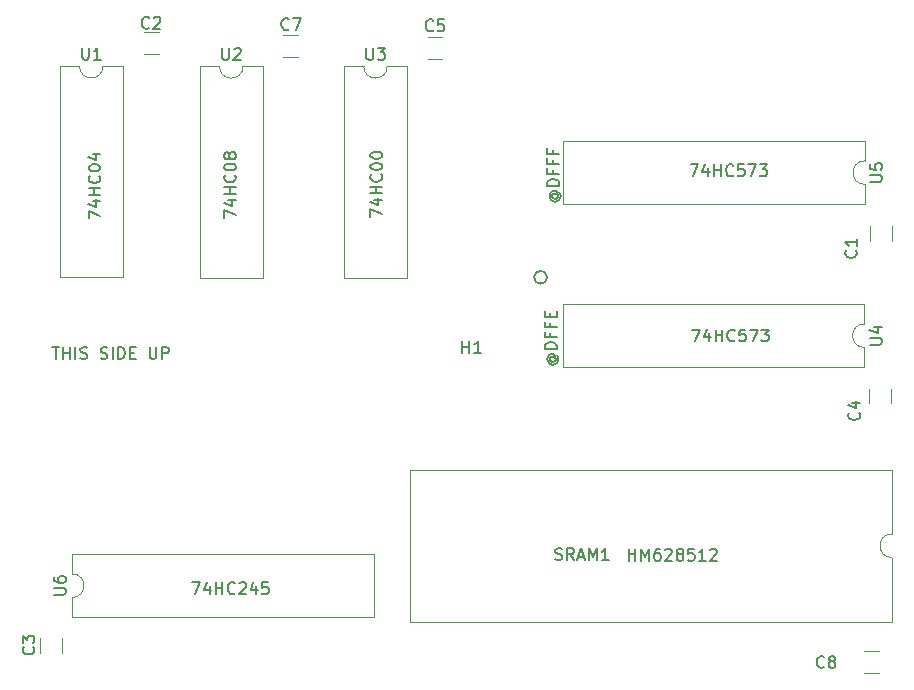
<source format=gbr>
%TF.GenerationSoftware,KiCad,Pcbnew,(6.0.8-1)-1*%
%TF.CreationDate,2023-02-02T17:23:49+01:00*%
%TF.ProjectId,OpenC64Cart,4f70656e-4336-4344-9361-72742e6b6963,2*%
%TF.SameCoordinates,Original*%
%TF.FileFunction,Legend,Top*%
%TF.FilePolarity,Positive*%
%FSLAX46Y46*%
G04 Gerber Fmt 4.6, Leading zero omitted, Abs format (unit mm)*
G04 Created by KiCad (PCBNEW (6.0.8-1)-1) date 2023-02-02 17:23:49*
%MOMM*%
%LPD*%
G01*
G04 APERTURE LIST*
%ADD10C,0.150000*%
%ADD11C,0.120000*%
G04 APERTURE END LIST*
D10*
X114723809Y-88842380D02*
X115295238Y-88842380D01*
X115009523Y-89842380D02*
X115009523Y-88842380D01*
X115628571Y-89842380D02*
X115628571Y-88842380D01*
X115628571Y-89318571D02*
X116200000Y-89318571D01*
X116200000Y-89842380D02*
X116200000Y-88842380D01*
X116676190Y-89842380D02*
X116676190Y-88842380D01*
X117104761Y-89794761D02*
X117247619Y-89842380D01*
X117485714Y-89842380D01*
X117580952Y-89794761D01*
X117628571Y-89747142D01*
X117676190Y-89651904D01*
X117676190Y-89556666D01*
X117628571Y-89461428D01*
X117580952Y-89413809D01*
X117485714Y-89366190D01*
X117295238Y-89318571D01*
X117200000Y-89270952D01*
X117152380Y-89223333D01*
X117104761Y-89128095D01*
X117104761Y-89032857D01*
X117152380Y-88937619D01*
X117200000Y-88890000D01*
X117295238Y-88842380D01*
X117533333Y-88842380D01*
X117676190Y-88890000D01*
X118819047Y-89794761D02*
X118961904Y-89842380D01*
X119200000Y-89842380D01*
X119295238Y-89794761D01*
X119342857Y-89747142D01*
X119390476Y-89651904D01*
X119390476Y-89556666D01*
X119342857Y-89461428D01*
X119295238Y-89413809D01*
X119200000Y-89366190D01*
X119009523Y-89318571D01*
X118914285Y-89270952D01*
X118866666Y-89223333D01*
X118819047Y-89128095D01*
X118819047Y-89032857D01*
X118866666Y-88937619D01*
X118914285Y-88890000D01*
X119009523Y-88842380D01*
X119247619Y-88842380D01*
X119390476Y-88890000D01*
X119819047Y-89842380D02*
X119819047Y-88842380D01*
X120295238Y-89842380D02*
X120295238Y-88842380D01*
X120533333Y-88842380D01*
X120676190Y-88890000D01*
X120771428Y-88985238D01*
X120819047Y-89080476D01*
X120866666Y-89270952D01*
X120866666Y-89413809D01*
X120819047Y-89604285D01*
X120771428Y-89699523D01*
X120676190Y-89794761D01*
X120533333Y-89842380D01*
X120295238Y-89842380D01*
X121295238Y-89318571D02*
X121628571Y-89318571D01*
X121771428Y-89842380D02*
X121295238Y-89842380D01*
X121295238Y-88842380D01*
X121771428Y-88842380D01*
X122961904Y-88842380D02*
X122961904Y-89651904D01*
X123009523Y-89747142D01*
X123057142Y-89794761D01*
X123152380Y-89842380D01*
X123342857Y-89842380D01*
X123438095Y-89794761D01*
X123485714Y-89747142D01*
X123533333Y-89651904D01*
X123533333Y-88842380D01*
X124009523Y-89842380D02*
X124009523Y-88842380D01*
X124390476Y-88842380D01*
X124485714Y-88890000D01*
X124533333Y-88937619D01*
X124580952Y-89032857D01*
X124580952Y-89175714D01*
X124533333Y-89270952D01*
X124485714Y-89318571D01*
X124390476Y-89366190D01*
X124009523Y-89366190D01*
X156610000Y-82930000D02*
G75*
G03*
X156610000Y-82930000I-550000J0D01*
G01*
X141652380Y-77825714D02*
X141652380Y-77159047D01*
X142652380Y-77587619D01*
X141985714Y-76349523D02*
X142652380Y-76349523D01*
X141604761Y-76587619D02*
X142319047Y-76825714D01*
X142319047Y-76206666D01*
X142652380Y-75825714D02*
X141652380Y-75825714D01*
X142128571Y-75825714D02*
X142128571Y-75254285D01*
X142652380Y-75254285D02*
X141652380Y-75254285D01*
X142557142Y-74206666D02*
X142604761Y-74254285D01*
X142652380Y-74397142D01*
X142652380Y-74492380D01*
X142604761Y-74635238D01*
X142509523Y-74730476D01*
X142414285Y-74778095D01*
X142223809Y-74825714D01*
X142080952Y-74825714D01*
X141890476Y-74778095D01*
X141795238Y-74730476D01*
X141700000Y-74635238D01*
X141652380Y-74492380D01*
X141652380Y-74397142D01*
X141700000Y-74254285D01*
X141747619Y-74206666D01*
X141652380Y-73587619D02*
X141652380Y-73492380D01*
X141700000Y-73397142D01*
X141747619Y-73349523D01*
X141842857Y-73301904D01*
X142033333Y-73254285D01*
X142271428Y-73254285D01*
X142461904Y-73301904D01*
X142557142Y-73349523D01*
X142604761Y-73397142D01*
X142652380Y-73492380D01*
X142652380Y-73587619D01*
X142604761Y-73682857D01*
X142557142Y-73730476D01*
X142461904Y-73778095D01*
X142271428Y-73825714D01*
X142033333Y-73825714D01*
X141842857Y-73778095D01*
X141747619Y-73730476D01*
X141700000Y-73682857D01*
X141652380Y-73587619D01*
X141652380Y-72635238D02*
X141652380Y-72540000D01*
X141700000Y-72444761D01*
X141747619Y-72397142D01*
X141842857Y-72349523D01*
X142033333Y-72301904D01*
X142271428Y-72301904D01*
X142461904Y-72349523D01*
X142557142Y-72397142D01*
X142604761Y-72444761D01*
X142652380Y-72540000D01*
X142652380Y-72635238D01*
X142604761Y-72730476D01*
X142557142Y-72778095D01*
X142461904Y-72825714D01*
X142271428Y-72873333D01*
X142033333Y-72873333D01*
X141842857Y-72825714D01*
X141747619Y-72778095D01*
X141700000Y-72730476D01*
X141652380Y-72635238D01*
X168888095Y-87352380D02*
X169554761Y-87352380D01*
X169126190Y-88352380D01*
X170364285Y-87685714D02*
X170364285Y-88352380D01*
X170126190Y-87304761D02*
X169888095Y-88019047D01*
X170507142Y-88019047D01*
X170888095Y-88352380D02*
X170888095Y-87352380D01*
X170888095Y-87828571D02*
X171459523Y-87828571D01*
X171459523Y-88352380D02*
X171459523Y-87352380D01*
X172507142Y-88257142D02*
X172459523Y-88304761D01*
X172316666Y-88352380D01*
X172221428Y-88352380D01*
X172078571Y-88304761D01*
X171983333Y-88209523D01*
X171935714Y-88114285D01*
X171888095Y-87923809D01*
X171888095Y-87780952D01*
X171935714Y-87590476D01*
X171983333Y-87495238D01*
X172078571Y-87400000D01*
X172221428Y-87352380D01*
X172316666Y-87352380D01*
X172459523Y-87400000D01*
X172507142Y-87447619D01*
X173411904Y-87352380D02*
X172935714Y-87352380D01*
X172888095Y-87828571D01*
X172935714Y-87780952D01*
X173030952Y-87733333D01*
X173269047Y-87733333D01*
X173364285Y-87780952D01*
X173411904Y-87828571D01*
X173459523Y-87923809D01*
X173459523Y-88161904D01*
X173411904Y-88257142D01*
X173364285Y-88304761D01*
X173269047Y-88352380D01*
X173030952Y-88352380D01*
X172935714Y-88304761D01*
X172888095Y-88257142D01*
X173792857Y-87352380D02*
X174459523Y-87352380D01*
X174030952Y-88352380D01*
X174745238Y-87352380D02*
X175364285Y-87352380D01*
X175030952Y-87733333D01*
X175173809Y-87733333D01*
X175269047Y-87780952D01*
X175316666Y-87828571D01*
X175364285Y-87923809D01*
X175364285Y-88161904D01*
X175316666Y-88257142D01*
X175269047Y-88304761D01*
X175173809Y-88352380D01*
X174888095Y-88352380D01*
X174792857Y-88304761D01*
X174745238Y-88257142D01*
X156946190Y-89675238D02*
X156898571Y-89722857D01*
X156850952Y-89818095D01*
X156850952Y-89913333D01*
X156898571Y-90008571D01*
X156946190Y-90056190D01*
X157041428Y-90103809D01*
X157136666Y-90103809D01*
X157231904Y-90056190D01*
X157279523Y-90008571D01*
X157327142Y-89913333D01*
X157327142Y-89818095D01*
X157279523Y-89722857D01*
X157231904Y-89675238D01*
X156850952Y-89675238D02*
X157231904Y-89675238D01*
X157279523Y-89627619D01*
X157279523Y-89580000D01*
X157231904Y-89484761D01*
X157136666Y-89437142D01*
X156898571Y-89437142D01*
X156755714Y-89532380D01*
X156660476Y-89675238D01*
X156612857Y-89865714D01*
X156660476Y-90056190D01*
X156755714Y-90199047D01*
X156898571Y-90294285D01*
X157089047Y-90341904D01*
X157279523Y-90294285D01*
X157422380Y-90199047D01*
X157517619Y-90056190D01*
X157565238Y-89865714D01*
X157517619Y-89675238D01*
X157422380Y-89532380D01*
X157422380Y-89008571D02*
X156422380Y-89008571D01*
X156422380Y-88770476D01*
X156470000Y-88627619D01*
X156565238Y-88532380D01*
X156660476Y-88484761D01*
X156850952Y-88437142D01*
X156993809Y-88437142D01*
X157184285Y-88484761D01*
X157279523Y-88532380D01*
X157374761Y-88627619D01*
X157422380Y-88770476D01*
X157422380Y-89008571D01*
X156898571Y-87675238D02*
X156898571Y-88008571D01*
X157422380Y-88008571D02*
X156422380Y-88008571D01*
X156422380Y-87532380D01*
X156898571Y-86818095D02*
X156898571Y-87151428D01*
X157422380Y-87151428D02*
X156422380Y-87151428D01*
X156422380Y-86675238D01*
X156898571Y-86294285D02*
X156898571Y-85960952D01*
X157422380Y-85818095D02*
X157422380Y-86294285D01*
X156422380Y-86294285D01*
X156422380Y-85818095D01*
X157156190Y-75861428D02*
X157108571Y-75909047D01*
X157060952Y-76004285D01*
X157060952Y-76099523D01*
X157108571Y-76194761D01*
X157156190Y-76242380D01*
X157251428Y-76290000D01*
X157346666Y-76290000D01*
X157441904Y-76242380D01*
X157489523Y-76194761D01*
X157537142Y-76099523D01*
X157537142Y-76004285D01*
X157489523Y-75909047D01*
X157441904Y-75861428D01*
X157060952Y-75861428D02*
X157441904Y-75861428D01*
X157489523Y-75813809D01*
X157489523Y-75766190D01*
X157441904Y-75670952D01*
X157346666Y-75623333D01*
X157108571Y-75623333D01*
X156965714Y-75718571D01*
X156870476Y-75861428D01*
X156822857Y-76051904D01*
X156870476Y-76242380D01*
X156965714Y-76385238D01*
X157108571Y-76480476D01*
X157299047Y-76528095D01*
X157489523Y-76480476D01*
X157632380Y-76385238D01*
X157727619Y-76242380D01*
X157775238Y-76051904D01*
X157727619Y-75861428D01*
X157632380Y-75718571D01*
X157632380Y-75194761D02*
X156632380Y-75194761D01*
X156632380Y-74956666D01*
X156680000Y-74813809D01*
X156775238Y-74718571D01*
X156870476Y-74670952D01*
X157060952Y-74623333D01*
X157203809Y-74623333D01*
X157394285Y-74670952D01*
X157489523Y-74718571D01*
X157584761Y-74813809D01*
X157632380Y-74956666D01*
X157632380Y-75194761D01*
X157108571Y-73861428D02*
X157108571Y-74194761D01*
X157632380Y-74194761D02*
X156632380Y-74194761D01*
X156632380Y-73718571D01*
X157108571Y-73004285D02*
X157108571Y-73337619D01*
X157632380Y-73337619D02*
X156632380Y-73337619D01*
X156632380Y-72861428D01*
X157108571Y-72147142D02*
X157108571Y-72480476D01*
X157632380Y-72480476D02*
X156632380Y-72480476D01*
X156632380Y-72004285D01*
X129272380Y-77885714D02*
X129272380Y-77219047D01*
X130272380Y-77647619D01*
X129605714Y-76409523D02*
X130272380Y-76409523D01*
X129224761Y-76647619D02*
X129939047Y-76885714D01*
X129939047Y-76266666D01*
X130272380Y-75885714D02*
X129272380Y-75885714D01*
X129748571Y-75885714D02*
X129748571Y-75314285D01*
X130272380Y-75314285D02*
X129272380Y-75314285D01*
X130177142Y-74266666D02*
X130224761Y-74314285D01*
X130272380Y-74457142D01*
X130272380Y-74552380D01*
X130224761Y-74695238D01*
X130129523Y-74790476D01*
X130034285Y-74838095D01*
X129843809Y-74885714D01*
X129700952Y-74885714D01*
X129510476Y-74838095D01*
X129415238Y-74790476D01*
X129320000Y-74695238D01*
X129272380Y-74552380D01*
X129272380Y-74457142D01*
X129320000Y-74314285D01*
X129367619Y-74266666D01*
X129272380Y-73647619D02*
X129272380Y-73552380D01*
X129320000Y-73457142D01*
X129367619Y-73409523D01*
X129462857Y-73361904D01*
X129653333Y-73314285D01*
X129891428Y-73314285D01*
X130081904Y-73361904D01*
X130177142Y-73409523D01*
X130224761Y-73457142D01*
X130272380Y-73552380D01*
X130272380Y-73647619D01*
X130224761Y-73742857D01*
X130177142Y-73790476D01*
X130081904Y-73838095D01*
X129891428Y-73885714D01*
X129653333Y-73885714D01*
X129462857Y-73838095D01*
X129367619Y-73790476D01*
X129320000Y-73742857D01*
X129272380Y-73647619D01*
X129700952Y-72742857D02*
X129653333Y-72838095D01*
X129605714Y-72885714D01*
X129510476Y-72933333D01*
X129462857Y-72933333D01*
X129367619Y-72885714D01*
X129320000Y-72838095D01*
X129272380Y-72742857D01*
X129272380Y-72552380D01*
X129320000Y-72457142D01*
X129367619Y-72409523D01*
X129462857Y-72361904D01*
X129510476Y-72361904D01*
X129605714Y-72409523D01*
X129653333Y-72457142D01*
X129700952Y-72552380D01*
X129700952Y-72742857D01*
X129748571Y-72838095D01*
X129796190Y-72885714D01*
X129891428Y-72933333D01*
X130081904Y-72933333D01*
X130177142Y-72885714D01*
X130224761Y-72838095D01*
X130272380Y-72742857D01*
X130272380Y-72552380D01*
X130224761Y-72457142D01*
X130177142Y-72409523D01*
X130081904Y-72361904D01*
X129891428Y-72361904D01*
X129796190Y-72409523D01*
X129748571Y-72457142D01*
X129700952Y-72552380D01*
X117792380Y-77945714D02*
X117792380Y-77279047D01*
X118792380Y-77707619D01*
X118125714Y-76469523D02*
X118792380Y-76469523D01*
X117744761Y-76707619D02*
X118459047Y-76945714D01*
X118459047Y-76326666D01*
X118792380Y-75945714D02*
X117792380Y-75945714D01*
X118268571Y-75945714D02*
X118268571Y-75374285D01*
X118792380Y-75374285D02*
X117792380Y-75374285D01*
X118697142Y-74326666D02*
X118744761Y-74374285D01*
X118792380Y-74517142D01*
X118792380Y-74612380D01*
X118744761Y-74755238D01*
X118649523Y-74850476D01*
X118554285Y-74898095D01*
X118363809Y-74945714D01*
X118220952Y-74945714D01*
X118030476Y-74898095D01*
X117935238Y-74850476D01*
X117840000Y-74755238D01*
X117792380Y-74612380D01*
X117792380Y-74517142D01*
X117840000Y-74374285D01*
X117887619Y-74326666D01*
X117792380Y-73707619D02*
X117792380Y-73612380D01*
X117840000Y-73517142D01*
X117887619Y-73469523D01*
X117982857Y-73421904D01*
X118173333Y-73374285D01*
X118411428Y-73374285D01*
X118601904Y-73421904D01*
X118697142Y-73469523D01*
X118744761Y-73517142D01*
X118792380Y-73612380D01*
X118792380Y-73707619D01*
X118744761Y-73802857D01*
X118697142Y-73850476D01*
X118601904Y-73898095D01*
X118411428Y-73945714D01*
X118173333Y-73945714D01*
X117982857Y-73898095D01*
X117887619Y-73850476D01*
X117840000Y-73802857D01*
X117792380Y-73707619D01*
X118125714Y-72517142D02*
X118792380Y-72517142D01*
X117744761Y-72755238D02*
X118459047Y-72993333D01*
X118459047Y-72374285D01*
X163525714Y-106922380D02*
X163525714Y-105922380D01*
X163525714Y-106398571D02*
X164097142Y-106398571D01*
X164097142Y-106922380D02*
X164097142Y-105922380D01*
X164573333Y-106922380D02*
X164573333Y-105922380D01*
X164906666Y-106636666D01*
X165240000Y-105922380D01*
X165240000Y-106922380D01*
X166144761Y-105922380D02*
X165954285Y-105922380D01*
X165859047Y-105970000D01*
X165811428Y-106017619D01*
X165716190Y-106160476D01*
X165668571Y-106350952D01*
X165668571Y-106731904D01*
X165716190Y-106827142D01*
X165763809Y-106874761D01*
X165859047Y-106922380D01*
X166049523Y-106922380D01*
X166144761Y-106874761D01*
X166192380Y-106827142D01*
X166240000Y-106731904D01*
X166240000Y-106493809D01*
X166192380Y-106398571D01*
X166144761Y-106350952D01*
X166049523Y-106303333D01*
X165859047Y-106303333D01*
X165763809Y-106350952D01*
X165716190Y-106398571D01*
X165668571Y-106493809D01*
X166620952Y-106017619D02*
X166668571Y-105970000D01*
X166763809Y-105922380D01*
X167001904Y-105922380D01*
X167097142Y-105970000D01*
X167144761Y-106017619D01*
X167192380Y-106112857D01*
X167192380Y-106208095D01*
X167144761Y-106350952D01*
X166573333Y-106922380D01*
X167192380Y-106922380D01*
X167763809Y-106350952D02*
X167668571Y-106303333D01*
X167620952Y-106255714D01*
X167573333Y-106160476D01*
X167573333Y-106112857D01*
X167620952Y-106017619D01*
X167668571Y-105970000D01*
X167763809Y-105922380D01*
X167954285Y-105922380D01*
X168049523Y-105970000D01*
X168097142Y-106017619D01*
X168144761Y-106112857D01*
X168144761Y-106160476D01*
X168097142Y-106255714D01*
X168049523Y-106303333D01*
X167954285Y-106350952D01*
X167763809Y-106350952D01*
X167668571Y-106398571D01*
X167620952Y-106446190D01*
X167573333Y-106541428D01*
X167573333Y-106731904D01*
X167620952Y-106827142D01*
X167668571Y-106874761D01*
X167763809Y-106922380D01*
X167954285Y-106922380D01*
X168049523Y-106874761D01*
X168097142Y-106827142D01*
X168144761Y-106731904D01*
X168144761Y-106541428D01*
X168097142Y-106446190D01*
X168049523Y-106398571D01*
X167954285Y-106350952D01*
X169049523Y-105922380D02*
X168573333Y-105922380D01*
X168525714Y-106398571D01*
X168573333Y-106350952D01*
X168668571Y-106303333D01*
X168906666Y-106303333D01*
X169001904Y-106350952D01*
X169049523Y-106398571D01*
X169097142Y-106493809D01*
X169097142Y-106731904D01*
X169049523Y-106827142D01*
X169001904Y-106874761D01*
X168906666Y-106922380D01*
X168668571Y-106922380D01*
X168573333Y-106874761D01*
X168525714Y-106827142D01*
X170049523Y-106922380D02*
X169478095Y-106922380D01*
X169763809Y-106922380D02*
X169763809Y-105922380D01*
X169668571Y-106065238D01*
X169573333Y-106160476D01*
X169478095Y-106208095D01*
X170430476Y-106017619D02*
X170478095Y-105970000D01*
X170573333Y-105922380D01*
X170811428Y-105922380D01*
X170906666Y-105970000D01*
X170954285Y-106017619D01*
X171001904Y-106112857D01*
X171001904Y-106208095D01*
X170954285Y-106350952D01*
X170382857Y-106922380D01*
X171001904Y-106922380D01*
X126558095Y-108752380D02*
X127224761Y-108752380D01*
X126796190Y-109752380D01*
X128034285Y-109085714D02*
X128034285Y-109752380D01*
X127796190Y-108704761D02*
X127558095Y-109419047D01*
X128177142Y-109419047D01*
X128558095Y-109752380D02*
X128558095Y-108752380D01*
X128558095Y-109228571D02*
X129129523Y-109228571D01*
X129129523Y-109752380D02*
X129129523Y-108752380D01*
X130177142Y-109657142D02*
X130129523Y-109704761D01*
X129986666Y-109752380D01*
X129891428Y-109752380D01*
X129748571Y-109704761D01*
X129653333Y-109609523D01*
X129605714Y-109514285D01*
X129558095Y-109323809D01*
X129558095Y-109180952D01*
X129605714Y-108990476D01*
X129653333Y-108895238D01*
X129748571Y-108800000D01*
X129891428Y-108752380D01*
X129986666Y-108752380D01*
X130129523Y-108800000D01*
X130177142Y-108847619D01*
X130558095Y-108847619D02*
X130605714Y-108800000D01*
X130700952Y-108752380D01*
X130939047Y-108752380D01*
X131034285Y-108800000D01*
X131081904Y-108847619D01*
X131129523Y-108942857D01*
X131129523Y-109038095D01*
X131081904Y-109180952D01*
X130510476Y-109752380D01*
X131129523Y-109752380D01*
X131986666Y-109085714D02*
X131986666Y-109752380D01*
X131748571Y-108704761D02*
X131510476Y-109419047D01*
X132129523Y-109419047D01*
X132986666Y-108752380D02*
X132510476Y-108752380D01*
X132462857Y-109228571D01*
X132510476Y-109180952D01*
X132605714Y-109133333D01*
X132843809Y-109133333D01*
X132939047Y-109180952D01*
X132986666Y-109228571D01*
X133034285Y-109323809D01*
X133034285Y-109561904D01*
X132986666Y-109657142D01*
X132939047Y-109704761D01*
X132843809Y-109752380D01*
X132605714Y-109752380D01*
X132510476Y-109704761D01*
X132462857Y-109657142D01*
X168758095Y-73372380D02*
X169424761Y-73372380D01*
X168996190Y-74372380D01*
X170234285Y-73705714D02*
X170234285Y-74372380D01*
X169996190Y-73324761D02*
X169758095Y-74039047D01*
X170377142Y-74039047D01*
X170758095Y-74372380D02*
X170758095Y-73372380D01*
X170758095Y-73848571D02*
X171329523Y-73848571D01*
X171329523Y-74372380D02*
X171329523Y-73372380D01*
X172377142Y-74277142D02*
X172329523Y-74324761D01*
X172186666Y-74372380D01*
X172091428Y-74372380D01*
X171948571Y-74324761D01*
X171853333Y-74229523D01*
X171805714Y-74134285D01*
X171758095Y-73943809D01*
X171758095Y-73800952D01*
X171805714Y-73610476D01*
X171853333Y-73515238D01*
X171948571Y-73420000D01*
X172091428Y-73372380D01*
X172186666Y-73372380D01*
X172329523Y-73420000D01*
X172377142Y-73467619D01*
X173281904Y-73372380D02*
X172805714Y-73372380D01*
X172758095Y-73848571D01*
X172805714Y-73800952D01*
X172900952Y-73753333D01*
X173139047Y-73753333D01*
X173234285Y-73800952D01*
X173281904Y-73848571D01*
X173329523Y-73943809D01*
X173329523Y-74181904D01*
X173281904Y-74277142D01*
X173234285Y-74324761D01*
X173139047Y-74372380D01*
X172900952Y-74372380D01*
X172805714Y-74324761D01*
X172758095Y-74277142D01*
X173662857Y-73372380D02*
X174329523Y-73372380D01*
X173900952Y-74372380D01*
X174615238Y-73372380D02*
X175234285Y-73372380D01*
X174900952Y-73753333D01*
X175043809Y-73753333D01*
X175139047Y-73800952D01*
X175186666Y-73848571D01*
X175234285Y-73943809D01*
X175234285Y-74181904D01*
X175186666Y-74277142D01*
X175139047Y-74324761D01*
X175043809Y-74372380D01*
X174758095Y-74372380D01*
X174662857Y-74324761D01*
X174615238Y-74277142D01*
%TO.C,U3*%
X141318095Y-63512380D02*
X141318095Y-64321904D01*
X141365714Y-64417142D01*
X141413333Y-64464761D01*
X141508571Y-64512380D01*
X141699047Y-64512380D01*
X141794285Y-64464761D01*
X141841904Y-64417142D01*
X141889523Y-64321904D01*
X141889523Y-63512380D01*
X142270476Y-63512380D02*
X142889523Y-63512380D01*
X142556190Y-63893333D01*
X142699047Y-63893333D01*
X142794285Y-63940952D01*
X142841904Y-63988571D01*
X142889523Y-64083809D01*
X142889523Y-64321904D01*
X142841904Y-64417142D01*
X142794285Y-64464761D01*
X142699047Y-64512380D01*
X142413333Y-64512380D01*
X142318095Y-64464761D01*
X142270476Y-64417142D01*
%TO.C,C8*%
X180073333Y-115897142D02*
X180025714Y-115944761D01*
X179882857Y-115992380D01*
X179787619Y-115992380D01*
X179644761Y-115944761D01*
X179549523Y-115849523D01*
X179501904Y-115754285D01*
X179454285Y-115563809D01*
X179454285Y-115420952D01*
X179501904Y-115230476D01*
X179549523Y-115135238D01*
X179644761Y-115040000D01*
X179787619Y-114992380D01*
X179882857Y-114992380D01*
X180025714Y-115040000D01*
X180073333Y-115087619D01*
X180644761Y-115420952D02*
X180549523Y-115373333D01*
X180501904Y-115325714D01*
X180454285Y-115230476D01*
X180454285Y-115182857D01*
X180501904Y-115087619D01*
X180549523Y-115040000D01*
X180644761Y-114992380D01*
X180835238Y-114992380D01*
X180930476Y-115040000D01*
X180978095Y-115087619D01*
X181025714Y-115182857D01*
X181025714Y-115230476D01*
X180978095Y-115325714D01*
X180930476Y-115373333D01*
X180835238Y-115420952D01*
X180644761Y-115420952D01*
X180549523Y-115468571D01*
X180501904Y-115516190D01*
X180454285Y-115611428D01*
X180454285Y-115801904D01*
X180501904Y-115897142D01*
X180549523Y-115944761D01*
X180644761Y-115992380D01*
X180835238Y-115992380D01*
X180930476Y-115944761D01*
X180978095Y-115897142D01*
X181025714Y-115801904D01*
X181025714Y-115611428D01*
X180978095Y-115516190D01*
X180930476Y-115468571D01*
X180835238Y-115420952D01*
%TO.C,C1*%
X182757142Y-80646666D02*
X182804761Y-80694285D01*
X182852380Y-80837142D01*
X182852380Y-80932380D01*
X182804761Y-81075238D01*
X182709523Y-81170476D01*
X182614285Y-81218095D01*
X182423809Y-81265714D01*
X182280952Y-81265714D01*
X182090476Y-81218095D01*
X181995238Y-81170476D01*
X181900000Y-81075238D01*
X181852380Y-80932380D01*
X181852380Y-80837142D01*
X181900000Y-80694285D01*
X181947619Y-80646666D01*
X182852380Y-79694285D02*
X182852380Y-80265714D01*
X182852380Y-79980000D02*
X181852380Y-79980000D01*
X181995238Y-80075238D01*
X182090476Y-80170476D01*
X182138095Y-80265714D01*
%TO.C,SRAM1*%
X157318095Y-106814761D02*
X157460952Y-106862380D01*
X157699047Y-106862380D01*
X157794285Y-106814761D01*
X157841904Y-106767142D01*
X157889523Y-106671904D01*
X157889523Y-106576666D01*
X157841904Y-106481428D01*
X157794285Y-106433809D01*
X157699047Y-106386190D01*
X157508571Y-106338571D01*
X157413333Y-106290952D01*
X157365714Y-106243333D01*
X157318095Y-106148095D01*
X157318095Y-106052857D01*
X157365714Y-105957619D01*
X157413333Y-105910000D01*
X157508571Y-105862380D01*
X157746666Y-105862380D01*
X157889523Y-105910000D01*
X158889523Y-106862380D02*
X158556190Y-106386190D01*
X158318095Y-106862380D02*
X158318095Y-105862380D01*
X158699047Y-105862380D01*
X158794285Y-105910000D01*
X158841904Y-105957619D01*
X158889523Y-106052857D01*
X158889523Y-106195714D01*
X158841904Y-106290952D01*
X158794285Y-106338571D01*
X158699047Y-106386190D01*
X158318095Y-106386190D01*
X159270476Y-106576666D02*
X159746666Y-106576666D01*
X159175238Y-106862380D02*
X159508571Y-105862380D01*
X159841904Y-106862380D01*
X160175238Y-106862380D02*
X160175238Y-105862380D01*
X160508571Y-106576666D01*
X160841904Y-105862380D01*
X160841904Y-106862380D01*
X161841904Y-106862380D02*
X161270476Y-106862380D01*
X161556190Y-106862380D02*
X161556190Y-105862380D01*
X161460952Y-106005238D01*
X161365714Y-106100476D01*
X161270476Y-106148095D01*
%TO.C,C2*%
X122923333Y-61787142D02*
X122875714Y-61834761D01*
X122732857Y-61882380D01*
X122637619Y-61882380D01*
X122494761Y-61834761D01*
X122399523Y-61739523D01*
X122351904Y-61644285D01*
X122304285Y-61453809D01*
X122304285Y-61310952D01*
X122351904Y-61120476D01*
X122399523Y-61025238D01*
X122494761Y-60930000D01*
X122637619Y-60882380D01*
X122732857Y-60882380D01*
X122875714Y-60930000D01*
X122923333Y-60977619D01*
X123304285Y-60977619D02*
X123351904Y-60930000D01*
X123447142Y-60882380D01*
X123685238Y-60882380D01*
X123780476Y-60930000D01*
X123828095Y-60977619D01*
X123875714Y-61072857D01*
X123875714Y-61168095D01*
X123828095Y-61310952D01*
X123256666Y-61882380D01*
X123875714Y-61882380D01*
%TO.C,U1*%
X117258095Y-63492380D02*
X117258095Y-64301904D01*
X117305714Y-64397142D01*
X117353333Y-64444761D01*
X117448571Y-64492380D01*
X117639047Y-64492380D01*
X117734285Y-64444761D01*
X117781904Y-64397142D01*
X117829523Y-64301904D01*
X117829523Y-63492380D01*
X118829523Y-64492380D02*
X118258095Y-64492380D01*
X118543809Y-64492380D02*
X118543809Y-63492380D01*
X118448571Y-63635238D01*
X118353333Y-63730476D01*
X118258095Y-63778095D01*
%TO.C,H1*%
X149448095Y-89322380D02*
X149448095Y-88322380D01*
X149448095Y-88798571D02*
X150019523Y-88798571D01*
X150019523Y-89322380D02*
X150019523Y-88322380D01*
X151019523Y-89322380D02*
X150448095Y-89322380D01*
X150733809Y-89322380D02*
X150733809Y-88322380D01*
X150638571Y-88465238D01*
X150543333Y-88560476D01*
X150448095Y-88608095D01*
%TO.C,U4*%
X183932380Y-88631904D02*
X184741904Y-88631904D01*
X184837142Y-88584285D01*
X184884761Y-88536666D01*
X184932380Y-88441428D01*
X184932380Y-88250952D01*
X184884761Y-88155714D01*
X184837142Y-88108095D01*
X184741904Y-88060476D01*
X183932380Y-88060476D01*
X184265714Y-87155714D02*
X184932380Y-87155714D01*
X183884761Y-87393809D02*
X184599047Y-87631904D01*
X184599047Y-87012857D01*
%TO.C,C3*%
X113117142Y-114216666D02*
X113164761Y-114264285D01*
X113212380Y-114407142D01*
X113212380Y-114502380D01*
X113164761Y-114645238D01*
X113069523Y-114740476D01*
X112974285Y-114788095D01*
X112783809Y-114835714D01*
X112640952Y-114835714D01*
X112450476Y-114788095D01*
X112355238Y-114740476D01*
X112260000Y-114645238D01*
X112212380Y-114502380D01*
X112212380Y-114407142D01*
X112260000Y-114264285D01*
X112307619Y-114216666D01*
X112212380Y-113883333D02*
X112212380Y-113264285D01*
X112593333Y-113597619D01*
X112593333Y-113454761D01*
X112640952Y-113359523D01*
X112688571Y-113311904D01*
X112783809Y-113264285D01*
X113021904Y-113264285D01*
X113117142Y-113311904D01*
X113164761Y-113359523D01*
X113212380Y-113454761D01*
X113212380Y-113740476D01*
X113164761Y-113835714D01*
X113117142Y-113883333D01*
%TO.C,C4*%
X183017142Y-94396666D02*
X183064761Y-94444285D01*
X183112380Y-94587142D01*
X183112380Y-94682380D01*
X183064761Y-94825238D01*
X182969523Y-94920476D01*
X182874285Y-94968095D01*
X182683809Y-95015714D01*
X182540952Y-95015714D01*
X182350476Y-94968095D01*
X182255238Y-94920476D01*
X182160000Y-94825238D01*
X182112380Y-94682380D01*
X182112380Y-94587142D01*
X182160000Y-94444285D01*
X182207619Y-94396666D01*
X182445714Y-93539523D02*
X183112380Y-93539523D01*
X182064761Y-93777619D02*
X182779047Y-94015714D01*
X182779047Y-93396666D01*
%TO.C,C5*%
X146973333Y-62007142D02*
X146925714Y-62054761D01*
X146782857Y-62102380D01*
X146687619Y-62102380D01*
X146544761Y-62054761D01*
X146449523Y-61959523D01*
X146401904Y-61864285D01*
X146354285Y-61673809D01*
X146354285Y-61530952D01*
X146401904Y-61340476D01*
X146449523Y-61245238D01*
X146544761Y-61150000D01*
X146687619Y-61102380D01*
X146782857Y-61102380D01*
X146925714Y-61150000D01*
X146973333Y-61197619D01*
X147878095Y-61102380D02*
X147401904Y-61102380D01*
X147354285Y-61578571D01*
X147401904Y-61530952D01*
X147497142Y-61483333D01*
X147735238Y-61483333D01*
X147830476Y-61530952D01*
X147878095Y-61578571D01*
X147925714Y-61673809D01*
X147925714Y-61911904D01*
X147878095Y-62007142D01*
X147830476Y-62054761D01*
X147735238Y-62102380D01*
X147497142Y-62102380D01*
X147401904Y-62054761D01*
X147354285Y-62007142D01*
%TO.C,U2*%
X129108095Y-63522380D02*
X129108095Y-64331904D01*
X129155714Y-64427142D01*
X129203333Y-64474761D01*
X129298571Y-64522380D01*
X129489047Y-64522380D01*
X129584285Y-64474761D01*
X129631904Y-64427142D01*
X129679523Y-64331904D01*
X129679523Y-63522380D01*
X130108095Y-63617619D02*
X130155714Y-63570000D01*
X130250952Y-63522380D01*
X130489047Y-63522380D01*
X130584285Y-63570000D01*
X130631904Y-63617619D01*
X130679523Y-63712857D01*
X130679523Y-63808095D01*
X130631904Y-63950952D01*
X130060476Y-64522380D01*
X130679523Y-64522380D01*
%TO.C,U6*%
X114852380Y-109801904D02*
X115661904Y-109801904D01*
X115757142Y-109754285D01*
X115804761Y-109706666D01*
X115852380Y-109611428D01*
X115852380Y-109420952D01*
X115804761Y-109325714D01*
X115757142Y-109278095D01*
X115661904Y-109230476D01*
X114852380Y-109230476D01*
X114852380Y-108325714D02*
X114852380Y-108516190D01*
X114900000Y-108611428D01*
X114947619Y-108659047D01*
X115090476Y-108754285D01*
X115280952Y-108801904D01*
X115661904Y-108801904D01*
X115757142Y-108754285D01*
X115804761Y-108706666D01*
X115852380Y-108611428D01*
X115852380Y-108420952D01*
X115804761Y-108325714D01*
X115757142Y-108278095D01*
X115661904Y-108230476D01*
X115423809Y-108230476D01*
X115328571Y-108278095D01*
X115280952Y-108325714D01*
X115233333Y-108420952D01*
X115233333Y-108611428D01*
X115280952Y-108706666D01*
X115328571Y-108754285D01*
X115423809Y-108801904D01*
%TO.C,C7*%
X134743333Y-61907142D02*
X134695714Y-61954761D01*
X134552857Y-62002380D01*
X134457619Y-62002380D01*
X134314761Y-61954761D01*
X134219523Y-61859523D01*
X134171904Y-61764285D01*
X134124285Y-61573809D01*
X134124285Y-61430952D01*
X134171904Y-61240476D01*
X134219523Y-61145238D01*
X134314761Y-61050000D01*
X134457619Y-61002380D01*
X134552857Y-61002380D01*
X134695714Y-61050000D01*
X134743333Y-61097619D01*
X135076666Y-61002380D02*
X135743333Y-61002380D01*
X135314761Y-62002380D01*
%TO.C,U5*%
X183972380Y-74831904D02*
X184781904Y-74831904D01*
X184877142Y-74784285D01*
X184924761Y-74736666D01*
X184972380Y-74641428D01*
X184972380Y-74450952D01*
X184924761Y-74355714D01*
X184877142Y-74308095D01*
X184781904Y-74260476D01*
X183972380Y-74260476D01*
X183972380Y-73308095D02*
X183972380Y-73784285D01*
X184448571Y-73831904D01*
X184400952Y-73784285D01*
X184353333Y-73689047D01*
X184353333Y-73450952D01*
X184400952Y-73355714D01*
X184448571Y-73308095D01*
X184543809Y-73260476D01*
X184781904Y-73260476D01*
X184877142Y-73308095D01*
X184924761Y-73355714D01*
X184972380Y-73450952D01*
X184972380Y-73689047D01*
X184924761Y-73784285D01*
X184877142Y-73831904D01*
D11*
%TO.C,U3*%
X141080000Y-65060000D02*
X139430000Y-65060000D01*
X139430000Y-65060000D02*
X139430000Y-82960000D01*
X139430000Y-82960000D02*
X144730000Y-82960000D01*
X144730000Y-65060000D02*
X143080000Y-65060000D01*
X144730000Y-82960000D02*
X144730000Y-65060000D01*
X141080000Y-65060000D02*
G75*
G03*
X143080000Y-65060000I1000000J0D01*
G01*
%TO.C,C8*%
X184719000Y-114580000D02*
X183461000Y-114580000D01*
X184719000Y-116420000D02*
X183461000Y-116420000D01*
%TO.C,C1*%
X183940000Y-79819000D02*
X183940000Y-78561000D01*
X185780000Y-79819000D02*
X185780000Y-78561000D01*
%TO.C,SRAM1*%
X185800000Y-104665000D02*
G75*
G03*
X185800000Y-106665000I0J-1000000D01*
G01*
X185800000Y-104665000D02*
X185800000Y-99205000D01*
X145040000Y-112125000D02*
X185800000Y-112125000D01*
X145040000Y-99205000D02*
X145040000Y-112125000D01*
X185800000Y-99205000D02*
X145040000Y-99205000D01*
X185800000Y-112125000D02*
X185800000Y-106665000D01*
%TO.C,C2*%
X123779000Y-63990000D02*
X122521000Y-63990000D01*
X123779000Y-62150000D02*
X122521000Y-62150000D01*
%TO.C,U1*%
X117020000Y-65040000D02*
G75*
G03*
X119020000Y-65040000I1000000J0D01*
G01*
X117020000Y-65040000D02*
X115370000Y-65040000D01*
X120670000Y-82940000D02*
X120670000Y-65040000D01*
X115370000Y-82940000D02*
X120670000Y-82940000D01*
X115370000Y-65040000D02*
X115370000Y-82940000D01*
X120670000Y-65040000D02*
X119020000Y-65040000D01*
%TO.C,U4*%
X183480000Y-85220000D02*
X157960000Y-85220000D01*
X183480000Y-86870000D02*
X183480000Y-85220000D01*
X157960000Y-90520000D02*
X183480000Y-90520000D01*
X157960000Y-85220000D02*
X157960000Y-90520000D01*
X183480000Y-90520000D02*
X183480000Y-88870000D01*
X183480000Y-86870000D02*
G75*
G03*
X183480000Y-88870000I0J-1000000D01*
G01*
%TO.C,C3*%
X115520000Y-114749000D02*
X115520000Y-113491000D01*
X113680000Y-114749000D02*
X113680000Y-113491000D01*
%TO.C,C4*%
X185710000Y-93609000D02*
X185710000Y-92351000D01*
X183870000Y-93609000D02*
X183870000Y-92351000D01*
%TO.C,C5*%
X147749000Y-62570000D02*
X146491000Y-62570000D01*
X147749000Y-64410000D02*
X146491000Y-64410000D01*
%TO.C,U2*%
X128870000Y-65070000D02*
G75*
G03*
X130870000Y-65070000I1000000J0D01*
G01*
X127220000Y-82970000D02*
X132520000Y-82970000D01*
X132520000Y-65070000D02*
X130870000Y-65070000D01*
X128870000Y-65070000D02*
X127220000Y-65070000D01*
X132520000Y-82970000D02*
X132520000Y-65070000D01*
X127220000Y-65070000D02*
X127220000Y-82970000D01*
%TO.C,U6*%
X116400000Y-110040000D02*
X116400000Y-111690000D01*
X116400000Y-106390000D02*
X116400000Y-108040000D01*
X141920000Y-106390000D02*
X116400000Y-106390000D01*
X116400000Y-111690000D02*
X141920000Y-111690000D01*
X141920000Y-111690000D02*
X141920000Y-106390000D01*
X116400000Y-110040000D02*
G75*
G03*
X116400000Y-108040000I0J1000000D01*
G01*
%TO.C,C7*%
X135549000Y-64280000D02*
X134291000Y-64280000D01*
X135549000Y-62440000D02*
X134291000Y-62440000D01*
%TO.C,U5*%
X158000000Y-71420000D02*
X158000000Y-76720000D01*
X183520000Y-73070000D02*
X183520000Y-71420000D01*
X183520000Y-71420000D02*
X158000000Y-71420000D01*
X183520000Y-76720000D02*
X183520000Y-75070000D01*
X158000000Y-76720000D02*
X183520000Y-76720000D01*
X183520000Y-73070000D02*
G75*
G03*
X183520000Y-75070000I0J-1000000D01*
G01*
%TD*%
M02*

</source>
